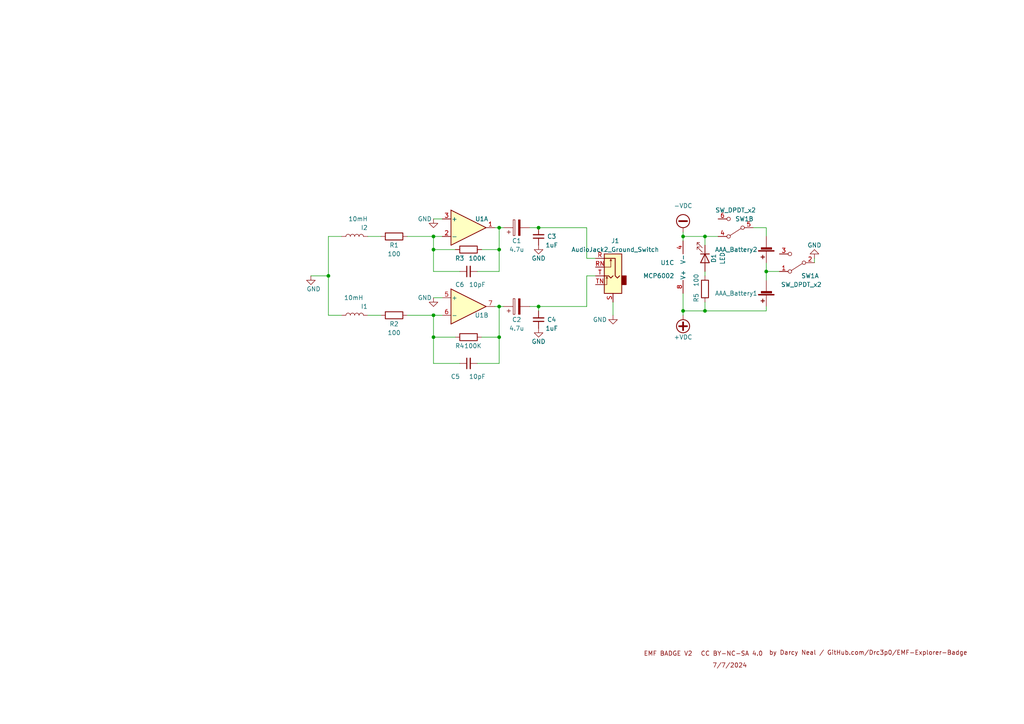
<source format=kicad_sch>
(kicad_sch (version 20231120) (generator "eeschema") (generator_version "8.0")
  (paper "A4")
  (lib_symbols
    (symbol "Amplifier_Operational:LM358" (pin_names (offset 0.127))
      (property "Reference" "U" (at 0 5.08 0))
      (property "Value" "LM358" (at 0 -5.08 0))
      (symbol "LM358_1_1"
        (polyline (pts (xy -5.08 5.08) (xy 5.08 0) (xy -5.08 -5.08) (xy -5.08 5.08)) (stroke (width 0.254)) (fill (type background)))
        (pin output line (at 7.62 0 180) (length 2.54) (name "~") (number "1"))
        (pin input line (at -7.62 -2.54 0) (length 2.54) (name "-") (number "2"))
        (pin input line (at -7.62 2.54 0) (length 2.54) (name "+") (number "3"))
      )
      (symbol "LM358_2_1"
        (polyline (pts (xy -5.08 5.08) (xy 5.08 0) (xy -5.08 -5.08) (xy -5.08 5.08)) (stroke (width 0.254)) (fill (type background)))
        (pin input line (at -7.62 2.54 0) (length 2.54) (name "+") (number "5"))
        (pin input line (at -7.62 -2.54 0) (length 2.54) (name "-") (number "6"))
        (pin output line (at 7.62 0 180) (length 2.54) (name "~") (number "7"))
      )
      (symbol "LM358_3_1"
        (pin power_in line (at -2.54 -7.62 90) (length 3.81) (name "V-") (number "4"))
        (pin power_in line (at -2.54 7.62 270) (length 3.81) (name "V+") (number "8"))
      )
    )
    (symbol "Connector_Audio:AudioJack2_Ground_Switch"
      (property "Reference" "J1" (at -0.635 10.16 0))
      (property "Value" "AudioJack2_Ground_Switch" (at -0.635 7.62 0))
      (symbol "AudioJack2_Ground_Switch_0_1"
        (rectangle (start -2.54 -2.54) (end -3.81 0) (stroke (width 0.254)) (fill (type outline)))
        (rectangle (start 2.54 6.35) (end -2.54 -5.08) (stroke (width 0.254)) (fill (type background)))
      )
      (symbol "AudioJack2_Ground_Switch_1_1"
        (polyline (pts (xy 0.635 4.826) (xy 0.889 4.318)))
        (polyline (pts (xy 1.778 -0.254) (xy 2.032 -0.762)))
        (polyline (pts (xy 0 0) (xy 0.635 -0.635) (xy 1.27 0) (xy 2.54 0)) (stroke (width 0.254)))
        (polyline (pts (xy 2.54 -2.54) (xy 1.778 -2.54) (xy 1.778 -0.254) (xy 1.524 -0.762)))
        (polyline (pts (xy 2.54 2.54) (xy 0.635 2.54) (xy 0.635 4.826) (xy 0.381 4.318)))
        (polyline (pts (xy 2.54 5.08) (xy -0.635 5.08) (xy -0.635 0) (xy -1.27 -0.635) (xy -1.905 0)) (stroke (width 0.254)))
        (pin passive line (at 5.08 5.08 180) (length 2.54) (name "~") (number "R"))
        (pin passive line (at 5.08 2.54 180) (length 2.54) (name "~") (number "RN"))
        (pin passive line (at 0 -7.62 90) (length 2.54) (name "~") (number "S"))
        (pin passive line (at 5.08 0 180) (length 2.54) (name "~") (number "T"))
        (pin passive line (at 5.08 -2.54 180) (length 2.54) (name "~") (number "TN"))
      )
    )
    (symbol "Device:Battery_Cell" (pin_numbers hide) (pin_names (offset 0) hide)
      (property "Reference" "BT" (at 2.54 2.54 0))
      (property "Value" "Battery_Cell" (at 2.54 0 0))
      (symbol "Battery_Cell_0_1"
        (rectangle (start -2.286 1.778) (end 2.286 1.524) (fill (type outline)))
        (rectangle (start -1.5748 1.1938) (end 1.4732 0.6858) (fill (type outline)))
        (polyline (pts (xy 0 0.762) (xy 0 0)))
        (polyline (pts (xy 0 1.778) (xy 0 2.54)))
        (polyline (pts (xy 0.508 3.429) (xy 1.524 3.429)) (stroke (width 0.254)))
        (polyline (pts (xy 1.016 3.937) (xy 1.016 2.921)) (stroke (width 0.254)))
      )
      (symbol "Battery_Cell_1_1"
        (pin passive line (at 0 5.08 270) (length 2.54) (name "+") (number "1"))
        (pin passive line (at 0 -2.54 90) (length 2.54) (name "-") (number "2"))
      )
    )
    (symbol "Device:C_Polarized" (pin_numbers hide) (pin_names (offset 0.254))
      (property "Reference" "C" (at 0.635 2.54 0))
      (property "Value" "C_Polarized" (at 0.635 -2.54 0))
      (symbol "C_Polarized_0_1"
        (rectangle (start -2.286 0.508) (end 2.286 1.016))
        (polyline (pts (xy -1.778 2.286) (xy -0.762 2.286)))
        (polyline (pts (xy -1.27 2.794) (xy -1.27 1.778)))
        (rectangle (start 2.286 -0.508) (end -2.286 -1.016) (fill (type outline)))
      )
      (symbol "C_Polarized_1_1"
        (pin passive line (at 0 3.81 270) (length 2.794) (name "~") (number "1"))
        (pin passive line (at 0 -3.81 90) (length 2.794) (name "~") (number "2"))
      )
    )
    (symbol "Device:C_Small" (pin_numbers hide) (pin_names (offset 0.254) hide)
      (property "Reference" "C" (at 0.254 1.778 0))
      (property "Value" "C_Small" (at 0.254 -2.032 0))
      (symbol "C_Small_0_1"
        (polyline (pts (xy -1.524 -0.508) (xy 1.524 -0.508)) (stroke (width 0.3302)))
        (polyline (pts (xy -1.524 0.508) (xy 1.524 0.508)) (stroke (width 0.3048)))
      )
      (symbol "C_Small_1_1"
        (pin passive line (at 0 2.54 270) (length 2.032) (name "~") (number "1"))
        (pin passive line (at 0 -2.54 90) (length 2.032) (name "~") (number "2"))
      )
    )
    (symbol "Device:L" (pin_numbers hide) (pin_names (offset 1.016) hide)
      (property "Reference" "L" (at -1.27 0 90))
      (property "Value" "L" (at 1.905 0 90))
      (symbol "L_0_1"
        (arc (start 0 -2.54) (mid 0.6323 -1.905) (end 0 -1.27))
        (arc (start 0 -1.27) (mid 0.6323 -0.635) (end 0 0))
        (arc (start 0 0) (mid 0.6323 0.635) (end 0 1.27))
        (arc (start 0 1.27) (mid 0.6323 1.905) (end 0 2.54))
      )
      (symbol "L_1_1"
        (pin passive line (at 0 3.81 270) (length 1.27) (name "1") (number "1"))
        (pin passive line (at 0 -3.81 90) (length 1.27) (name "2") (number "2"))
      )
    )
    (symbol "Device:LED" (pin_numbers hide) (pin_names (offset 1.016) hide)
      (property "Reference" "D" (at 0 2.54 0))
      (property "Value" "LED" (at 0 -2.54 0))
      (symbol "LED_0_1"
        (polyline (pts (xy -1.27 -1.27) (xy -1.27 1.27)) (stroke (width 0.254)))
        (polyline (pts (xy -1.27 0) (xy 1.27 0)))
        (polyline (pts (xy 1.27 -1.27) (xy 1.27 1.27) (xy -1.27 0) (xy 1.27 -1.27)) (stroke (width 0.254)))
        (polyline (pts (xy -3.048 -0.762) (xy -4.572 -2.286) (xy -3.81 -2.286) (xy -4.572 -2.286) (xy -4.572 -1.524)))
        (polyline (pts (xy -1.778 -0.762) (xy -3.302 -2.286) (xy -2.54 -2.286) (xy -3.302 -2.286) (xy -3.302 -1.524)))
      )
      (symbol "LED_1_1"
        (pin passive line (at -3.81 0 0) (length 2.54) (name "K") (number "1"))
        (pin passive line (at 3.81 0 180) (length 2.54) (name "A") (number "2"))
      )
    )
    (symbol "Device:R" (pin_numbers hide) (pin_names (offset 0))
      (property "Reference" "R" (at 2.032 0 90))
      (property "Value" "R" (at 0 0 90))
      (symbol "R_0_1"
        (rectangle (start -1.016 -2.54) (end 1.016 2.54) (stroke (width 0.254)))
      )
      (symbol "R_1_1"
        (pin passive line (at 0 3.81 270) (length 1.27) (name "~") (number "1"))
        (pin passive line (at 0 -3.81 90) (length 1.27) (name "~") (number "2"))
      )
    )
    (symbol "SW_DPDT_x2_1" (pin_names (offset 0) hide)
      (property "Reference" "SW" (at 0 4.318 0))
      (property "Value" "SW_DPDT_x2" (at 0 -5.08 0))
      (symbol "SW_DPDT_x2_1_0_0"
        (circle (center -2.032 0) (radius 0.508))
        (circle (center 2.032 -2.54) (radius 0.508))
      )
      (symbol "SW_DPDT_x2_1_0_1"
        (polyline (pts (xy -1.524 0.254) (xy 1.651 2.286)))
        (circle (center 2.032 2.54) (radius 0.508))
      )
      (symbol "SW_DPDT_x2_1_1_1"
        (pin passive line (at 5.08 2.54 180) (length 2.54) (name "A") (number "1"))
        (pin passive line (at -5.08 0 0) (length 2.54) (name "B") (number "2"))
        (pin passive line (at 5.08 -2.54 180) (length 2.54) (name "C") (number "3"))
      )
      (symbol "SW_DPDT_x2_1_2_1"
        (pin passive line (at 5.08 2.54 180) (length 2.54) (name "A") (number "4"))
        (pin passive line (at -5.08 0 0) (length 2.54) (name "B") (number "5"))
        (pin passive line (at 5.08 -2.54 180) (length 2.54) (name "C") (number "6"))
      )
    )
    (symbol "power:+VDC" (power) (pin_names (offset 0))
      (property "Value" "+VDC" (at 0 6.35 0))
      (symbol "+VDC_0_1"
        (polyline (pts (xy -1.143 3.175) (xy 1.143 3.175)) (stroke (width 0.508)))
        (polyline (pts (xy 0 0) (xy 0 1.27)))
        (polyline (pts (xy 0 2.032) (xy 0 4.318)) (stroke (width 0.508)))
        (circle (center 0 3.175) (radius 1.905) (stroke (width 0.254)))
      )
      (symbol "+VDC_1_1"
        (pin power_in line (at 0 0 90) (length 0) hide (name "+VDC") (number "1"))
      )
    )
    (symbol "power:-VDC" (power) (pin_names (offset 0))
      (property "Value" "-VDC" (at 0 6.35 0))
      (symbol "-VDC_0_1"
        (polyline (pts (xy -1.143 3.175) (xy 1.143 3.175)) (stroke (width 0.508)))
        (polyline (pts (xy 0 0) (xy 0 1.27)))
        (circle (center 0 3.175) (radius 1.905) (stroke (width 0.254)))
      )
      (symbol "-VDC_1_1"
        (pin power_in line (at 0 0 90) (length 0) hide (name "-VDC") (number "1"))
      )
    )
    (symbol "power:GND" (power) (pin_names (offset 0))
      (property "Value" "GND" (at 0 -3.81 0))
      (symbol "GND_0_1"
        (polyline (pts (xy 0 0) (xy 0 -1.27) (xy 1.27 -1.27) (xy 0 -2.54) (xy -1.27 -1.27) (xy 0 -1.27)))
      )
      (symbol "GND_1_1"
        (pin power_in line (at 0 0 270) (length 0) hide (name "GND") (number "1"))
      )
    )
  )
  (junction (at 95.25 80.01))
  (junction (at 144.78 72.39))
  (junction (at 144.78 97.79))
  (junction (at 156.21 88.9))
  (junction (at 144.78 88.9))
  (junction (at 125.73 91.44))
  (junction (at 222.25 78.74))
  (junction (at 156.21 66.04))
  (junction (at 125.73 97.79))
  (junction (at 198.12 68.58))
  (junction (at 125.73 68.58))
  (junction (at 204.47 68.58))
  (junction (at 198.12 90.17))
  (junction (at 125.73 72.39))
  (junction (at 144.78 66.04))
  (junction (at 204.47 90.17))
  (wire (pts (xy 204.47 90.17) (xy 204.47 87.63)))
  (wire (pts (xy 125.73 105.41) (xy 125.73 97.79)))
  (wire (pts (xy 170.18 66.04) (xy 170.18 74.93)))
  (wire (pts (xy 204.47 90.17) (xy 198.12 90.17)))
  (wire (pts (xy 144.78 88.9) (xy 146.05 88.9)))
  (wire (pts (xy 106.68 68.58) (xy 110.49 68.58)))
  (wire (pts (xy 143.51 88.9) (xy 144.78 88.9)))
  (wire (pts (xy 226.06 78.74) (xy 222.25 78.74)))
  (wire (pts (xy 125.73 72.39) (xy 132.08 72.39)))
  (wire (pts (xy 222.25 90.17) (xy 204.47 90.17)))
  (wire (pts (xy 144.78 105.41) (xy 144.78 97.79)))
  (wire (pts (xy 139.7 72.39) (xy 144.78 72.39)))
  (wire (pts (xy 198.12 90.17) (xy 198.12 85.09)))
  (wire (pts (xy 222.25 78.74) (xy 222.25 76.2)))
  (wire (pts (xy 144.78 66.04) (xy 143.51 66.04)))
  (wire (pts (xy 144.78 78.74) (xy 144.78 72.39)))
  (wire (pts (xy 170.18 80.01) (xy 170.18 88.9)))
  (wire (pts (xy 208.28 68.58) (xy 204.47 68.58)))
  (wire (pts (xy 125.73 97.79) (xy 132.08 97.79)))
  (wire (pts (xy 156.21 88.9) (xy 170.18 88.9)))
  (wire (pts (xy 153.67 66.04) (xy 156.21 66.04)))
  (wire (pts (xy 198.12 91.44) (xy 198.12 90.17)))
  (wire (pts (xy 106.68 91.44) (xy 110.49 91.44)))
  (wire (pts (xy 177.8 87.63) (xy 177.8 91.44)))
  (wire (pts (xy 125.73 86.36) (xy 128.27 86.36)))
  (wire (pts (xy 144.78 66.04) (xy 146.05 66.04)))
  (wire (pts (xy 222.25 81.28) (xy 222.25 78.74)))
  (wire (pts (xy 138.43 78.74) (xy 144.78 78.74)))
  (wire (pts (xy 95.25 80.01) (xy 90.17 80.01)))
  (wire (pts (xy 125.73 68.58) (xy 125.73 72.39)))
  (wire (pts (xy 198.12 69.85) (xy 198.12 68.58)))
  (wire (pts (xy 125.73 63.5) (xy 128.27 63.5)))
  (wire (pts (xy 236.22 76.2) (xy 236.22 74.93)))
  (wire (pts (xy 198.12 68.58) (xy 198.12 67.31)))
  (wire (pts (xy 222.25 66.04) (xy 218.44 66.04)))
  (wire (pts (xy 133.35 78.74) (xy 125.73 78.74)))
  (wire (pts (xy 204.47 80.01) (xy 204.47 78.74)))
  (wire (pts (xy 125.73 91.44) (xy 125.73 97.79)))
  (wire (pts (xy 204.47 71.12) (xy 204.47 68.58)))
  (wire (pts (xy 156.21 66.04) (xy 170.18 66.04)))
  (wire (pts (xy 118.11 68.58) (xy 125.73 68.58)))
  (wire (pts (xy 138.43 105.41) (xy 144.78 105.41)))
  (wire (pts (xy 156.21 90.17) (xy 156.21 88.9)))
  (wire (pts (xy 125.73 78.74) (xy 125.73 72.39)))
  (wire (pts (xy 222.25 68.58) (xy 222.25 66.04)))
  (wire (pts (xy 118.11 91.44) (xy 125.73 91.44)))
  (wire (pts (xy 133.35 105.41) (xy 125.73 105.41)))
  (wire (pts (xy 153.67 88.9) (xy 156.21 88.9)))
  (wire (pts (xy 172.72 74.93) (xy 170.18 74.93)))
  (wire (pts (xy 99.06 91.44) (xy 95.25 91.44)))
  (wire (pts (xy 125.73 68.58) (xy 128.27 68.58)))
  (wire (pts (xy 144.78 72.39) (xy 144.78 66.04)))
  (wire (pts (xy 222.25 90.17) (xy 222.25 88.9)))
  (wire (pts (xy 99.06 68.58) (xy 95.25 68.58)))
  (wire (pts (xy 95.25 91.44) (xy 95.25 80.01)))
  (wire (pts (xy 95.25 68.58) (xy 95.25 80.01)))
  (wire (pts (xy 144.78 88.9) (xy 144.78 97.79)))
  (wire (pts (xy 170.18 80.01) (xy 172.72 80.01)))
  (wire (pts (xy 204.47 68.58) (xy 198.12 68.58)))
  (wire (pts (xy 125.73 91.44) (xy 128.27 91.44)))
  (wire (pts (xy 139.7 97.79) (xy 144.78 97.79)))
  (text "EMF BADGE V2" (at 186.69 190.5 0) (effects (font (size 1.27 1.27)) (justify left bottom)))
  (text "CC BY-NC-SA 4.0" (at 203.2 190.5 0) (effects (font (size 1.27 1.27)) (justify left bottom)))
  (text "by Darcy Neal / GitHub.com/Drc3p0/EMF-Explorer-Badge " (at 223.0267 190.2372 0) (effects (font (size 1.27 1.27)) (justify left bottom)))
  (text "7/7/2024" (at 206.6042 193.9207 0) (effects (font (size 1.27 1.27)) (justify left bottom)))
  (symbol (lib_id "Device:R") (at 204.47 83.82 0) (unit 1)
    (property "Reference" "R5" (at 201.93 86.36 90))
    (property "Value" "100" (at 201.93 81.28 90))
    (property "Footprint" "Resistor_THT:R_Axial_DIN0207_L6.3mm_D2.5mm_P10.16mm_Horizontal" (effects (hide yes)))
    (property "Description" "Resistor" (effects (hide yes)))
    (property "Sim.Device" "R" (effects (hide yes)))
    (property "Sim.Pins" "1=+ 2=-" (effects (hide yes)))
    (property "LCSC" "C176450" (effects (hide yes)))
  )
  (symbol (lib_id "Device:R") (at 135.89 72.39 90) (unit 1)
    (property "Reference" "R3" (at 133.35 74.93 90))
    (property "Value" "100K" (at 138.43 74.93 90))
    (property "Footprint" "Resistor_THT:R_Axial_DIN0207_L6.3mm_D2.5mm_P10.16mm_Horizontal" (effects (hide yes)))
    (property "Description" "Resistor" (effects (hide yes)))
    (property "LCSC" "C172965" (effects (hide yes)))
  )
  (symbol (lib_id "power:-VDC") (at 198.12 67.31 0) (unit 1)
    (property "Reference" "#PWR08" (effects (hide yes)))
    (property "Value" "-VDC" (at 198.12 59.69 0))
  )
  (symbol (lib_id "power:GND") (at 125.73 86.36 0) (unit 1)
    (property "Reference" "#PWR03" (effects (hide yes)))
    (property "Value" "GND" (at 123.19 86.36 0))
  )
  (symbol (lib_id "Device:C_Polarized") (at 149.86 66.04 90) (unit 1)
    (property "Reference" "C1" (at 149.86 69.85 90))
    (property "Value" "4.7u" (at 149.86 72.39 90))
    (property "Footprint" "Capacitor_THT:CP_Radial_D4.0mm_P2.00mm" (effects (hide yes)))
    (property "Description" "Polarized capacitor" (effects (hide yes)))
    (property "Sim.Device" "C" (effects (hide yes)))
    (property "Sim.Pins" "1=+ 2=-" (effects (hide yes)))
    (property "LCSC" "C160645" (effects (hide yes)))
  )
  (symbol (lib_id "Device:C_Small") (at 135.89 78.74 90) (unit 1)
    (property "Reference" "C6" (at 133.35 82.55 90))
    (property "Value" "10pF" (at 138.43 82.55 90))
    (property "Footprint" "Capacitor_THT:C_Disc_D4.3mm_W1.9mm_P5.00mm" (effects (hide yes)))
    (property "Description" "Unpolarized capacitor, small symbol" (effects (hide yes)))
    (property "LCSC" "C2896122" (effects (hide yes)))
  )
  (symbol (lib_id "Amplifier_Operational:LM358") (at 135.89 88.9 0) (unit 2)
    (property "Reference" "U1" (at 139.7 91.44 0))
    (property "Value" "MCP6002" (effects (hide yes)))
    (property "Footprint" "Package_DIP:DIP-8_W7.62mm" (effects (hide yes)))
    (property "Description" "Low-Power, Dual Operational Amplifiers, DIP-8/SOIC-8/TO-99-8" (effects (hide yes)))
    (property "Sim.Library" "/Users/DRC/Downloads/MCP6001 2.lib" (effects (hide yes)))
    (property "Sim.Name" "MCP6001" (effects (hide yes)))
    (property "Sim.Device" "SUBCKT" (effects (hide yes)))
    (property "Sim.Pins" "1=1 2=2 3=3 4=4 5=5" (effects (hide yes)))
    (property "LCSC" "C640393" (effects (hide yes)))
  )
  (symbol (lib_id "Device:R") (at 135.89 97.79 90) (unit 1)
    (property "Reference" "R4" (at 133.35 100.33 90))
    (property "Value" "100K" (at 137.16 100.33 90))
    (property "Footprint" "Resistor_THT:R_Axial_DIN0207_L6.3mm_D2.5mm_P10.16mm_Horizontal" (effects (hide yes)))
    (property "Description" "Resistor" (effects (hide yes)))
    (property "LCSC" "C172965" (effects (hide yes)))
  )
  (symbol (lib_id "Device:R") (at 114.3 91.44 90) (unit 1)
    (property "Reference" "R2" (at 114.3 93.98 90))
    (property "Value" "100" (at 114.3 96.52 90))
    (property "Footprint" "Resistor_THT:R_Axial_DIN0207_L6.3mm_D2.5mm_P10.16mm_Horizontal" (effects (hide yes)))
    (property "Description" "Resistor" (effects (hide yes)))
    (property "Sim.Device" "R" (effects (hide yes)))
    (property "Sim.Pins" "1=+ 2=-" (effects (hide yes)))
    (property "LCSC" "C176450" (effects (hide yes)))
  )
  (symbol (lib_id "Device:L") (at 102.87 91.44 90) (unit 1)
    (property "Reference" "I1" (at 106.68 88.9 90) (effects (justify left)))
    (property "Value" "10mH" (at 105.41 86.36 90) (effects (justify left)))
    (property "Footprint" "Inductor_THT:Inductor_D5.0mm_Horizontal_O3.81mm_Z9.0mm" (effects (hide yes)))
    (property "Description" "Inductor" (effects (hide yes)))
    (property "LCSC" "NONE" (effects (hide yes)))
  )
  (symbol (lib_id "power:GND") (at 156.21 71.12 0) (unit 1)
    (property "Reference" "#PWR04" (effects (hide yes)))
    (property "Value" "GND" (at 156.21 74.93 0))
  )
  (symbol (lib_id "power:+VDC") (at 198.12 91.44 180) (unit 1)
    (property "Reference" "#PWR07" (effects (hide yes)))
    (property "Value" "+VDC" (at 198.12 97.79 0))
  )
  (symbol (lib_id "Device:C_Small") (at 135.89 105.41 90) (unit 1)
    (property "Reference" "C5" (at 132.08 109.22 90))
    (property "Value" "10pF" (at 138.43 109.22 90))
    (property "Footprint" "Capacitor_THT:C_Disc_D4.3mm_W1.9mm_P5.00mm" (effects (hide yes)))
    (property "Description" "Unpolarized capacitor, small symbol" (effects (hide yes)))
    (property "LCSC" "C2896122" (effects (hide yes)))
  )
  (symbol (lib_id "Amplifier_Operational:LM358") (at 135.89 66.04 0) (unit 1)
    (property "Reference" "U1" (at 139.7 63.5 0))
    (property "Value" "MCP6002" (effects (hide yes)))
    (property "Footprint" "Package_DIP:DIP-8_W7.62mm" (effects (hide yes)))
    (property "Description" "Low-Power, Dual Operational Amplifiers, DIP-8/SOIC-8/TO-99-8" (effects (hide yes)))
    (property "Sim.Library" "/Users/DRC/Downloads/MCP6001 2.lib" (effects (hide yes)))
    (property "Sim.Name" "MCP6001" (effects (hide yes)))
    (property "Sim.Device" "SUBCKT" (effects (hide yes)))
    (property "Sim.Pins" "1=1 2=2 3=3 4=4 5=5" (effects (hide yes)))
    (property "LCSC" "C640393" (effects (hide yes)))
  )
  (symbol (lib_name "SW_DPDT_x2_1") (lib_id "Switch:SW_DPDT_x2") (at 231.14 76.2 180) (unit 1)
    (property "Reference" "SW1" (at 234.95 80.01 0))
    (property "Value" "SW_DPDT_x2" (at 232.41 82.55 0))
    (property "Footprint" "Button_Switch_THT:DPDT slide switch" (effects (hide yes)))
    (property "Description" "Switch, dual pole double throw, separate symbols" (effects (hide yes)))
    (property "LCSC" " C273399" (effects (hide yes)))
  )
  (symbol (lib_id "Device:C_Small") (at 156.21 68.58 180) (unit 1)
    (property "Reference" "C3" (at 160.02 68.58 0))
    (property "Value" "1uF" (at 160.02 71.12 0))
    (property "Footprint" "Capacitor_THT:C_Disc_D4.3mm_W1.9mm_P5.00mm" (effects (hide yes)))
    (property "Description" "Unpolarized capacitor, small symbol" (effects (hide yes)))
    (property "Sim.Device" "C" (effects (hide yes)))
    (property "Sim.Pins" "1=+ 2=-" (effects (hide yes)))
    (property "LCSC" " C531341" (effects (hide yes)))
  )
  (symbol (lib_id "power:GND") (at 156.21 95.25 0) (unit 1)
    (property "Reference" "#PWR05" (effects (hide yes)))
    (property "Value" "GND" (at 156.21 99.06 0))
  )
  (symbol (lib_id "power:GND") (at 90.17 80.01 0) (unit 1)
    (property "Reference" "#PWR01" (effects (hide yes)))
    (property "Value" "GND" (at 88.9 83.82 0) (effects (justify left)))
  )
  (symbol (lib_id "Connector_Audio:AudioJack2_Ground_Switch") (at 177.8 80.01 0) (mirror y) (unit 1)
    (property "Reference" "J1" (at 178.435 69.85 0))
    (property "Value" "AudioJack2_Ground_Switch" (at 178.435 72.39 0))
    (property "Footprint" "Connector_Audio:Jack_3.5mm_CUI_SJ1-3525N_Horizontal" (effects (hide yes)))
    (property "Description" "Audio Jack, 2 Poles (Mono / TS), Grounded Sleeve, Switched Pole (Normalling)" (effects (hide yes)))
    (property "LCSC" "C4992449" (effects (hide yes)))
  )
  (symbol (lib_id "Device:L") (at 102.87 68.58 90) (unit 1)
    (property "Reference" "I2" (at 106.68 66.04 90) (effects (justify left)))
    (property "Value" "10mH" (at 106.68 63.5 90) (effects (justify left)))
    (property "Footprint" "Inductor_THT:Inductor_D5.0mm_Horizontal_O3.81mm_Z9.0mm" (effects (hide yes)))
    (property "Description" "Inductor" (effects (hide yes)))
    (property "LCSC" "NONE " (effects (hide yes)))
  )
  (symbol (lib_id "Device:C_Polarized") (at 149.86 88.9 90) (unit 1)
    (property "Reference" "C2" (at 149.86 92.71 90))
    (property "Value" "4.7u" (at 149.86 95.25 90))
    (property "Footprint" "Capacitor_THT:CP_Radial_D4.0mm_P2.00mm" (effects (hide yes)))
    (property "Description" "Polarized capacitor" (effects (hide yes)))
    (property "Sim.Device" "C" (effects (hide yes)))
    (property "Sim.Pins" "1=+ 2=-" (effects (hide yes)))
    (property "LCSC" "C160645" (effects (hide yes)))
  )
  (symbol (lib_id "Amplifier_Operational:LM358") (at 195.58 77.47 180) (unit 3)
    (property "Reference" "U1" (at 195.58 76.2 0) (effects (justify left)))
    (property "Value" "MCP6002" (at 195.58 80.01 0) (effects (justify left)))
    (property "Footprint" "Package_DIP:DIP-8_W7.62mm" (effects (hide yes)))
    (property "Description" "Low-Power, Dual Operational Amplifiers, DIP-8/SOIC-8/TO-99-8" (effects (hide yes)))
    (property "Sim.Library" "/Users/DRC/Downloads/MCP6001 2.lib" (effects (hide yes)))
    (property "Sim.Name" "MCP6001" (effects (hide yes)))
    (property "Sim.Device" "SUBCKT" (effects (hide yes)))
    (property "Sim.Pins" "1=1 2=2 3=3 4=4 5=5" (effects (hide yes)))
    (property "LCSC" "C640393" (effects (hide yes)))
  )
  (symbol (lib_id "Device:R") (at 114.3 68.58 90) (unit 1)
    (property "Reference" "R1" (at 114.3 71.12 90))
    (property "Value" "100" (at 114.3 73.66 90))
    (property "Footprint" "Resistor_THT:R_Axial_DIN0207_L6.3mm_D2.5mm_P10.16mm_Horizontal" (effects (hide yes)))
    (property "Description" "Resistor" (effects (hide yes)))
    (property "LCSC" "C176450" (effects (hide yes)))
  )
  (symbol (lib_id "power:GND") (at 177.8 91.44 0) (unit 1)
    (property "Reference" "#PWR09" (effects (hide yes)))
    (property "Value" "GND" (at 173.99 92.71 0))
  )
  (symbol (lib_id "Device:LED") (at 204.47 74.93 270) (unit 1)
    (property "Reference" "D1" (at 207.01 74.93 0))
    (property "Value" "LED" (at 209.55 74.93 0))
    (property "Footprint" "LED_THT:LED_D5.0mm_Horizontal_O1.27mm_Z9.0mm" (effects (hide yes)))
    (property "Description" "Light emitting diode" (effects (hide yes)))
    (property "LCSC" "NONE" (effects (hide yes)))
  )
  (symbol (lib_id "Device:Battery_Cell") (at 222.25 83.82 180) (unit 1)
    (property "Reference" "AAA_Battery1" (at 219.71 85.09 0) (effects (justify left)))
    (property "Value" "Spring_side->" (effects (hide yes)))
    (property "Footprint" "Battery:BatteryHolder_Keystone_2466_1xAAA" (effects (hide yes)))
    (property "Description" "Single-cell battery" (effects (hide yes)))
    (property "LCSC" " C5290189" (effects (hide yes)))
  )
  (symbol (lib_name "SW_DPDT_x2_1") (lib_id "Switch:SW_DPDT_x2") (at 213.36 66.04 180) (unit 2)
    (property "Reference" "SW1" (at 215.9 63.5 0))
    (property "Value" "SW_DPDT_x2" (at 213.36 60.96 0))
    (property "Footprint" "Button_Switch_THT:DPDT slide switch" (effects (hide yes)))
    (property "Description" "Switch, dual pole double throw, separate symbols" (effects (hide yes)))
    (property "LCSC" " C273399" (effects (hide yes)))
  )
  (symbol (lib_id "power:GND") (at 125.73 63.5 0) (unit 1)
    (property "Reference" "#PWR02" (effects (hide yes)))
    (property "Value" "GND" (at 123.19 63.5 0))
  )
  (symbol (lib_id "power:GND") (at 236.22 74.93 180) (unit 1)
    (property "Reference" "#PWR06" (effects (hide yes)))
    (property "Value" "GND" (at 236.22 71.12 0))
  )
  (symbol (lib_id "Device:Battery_Cell") (at 222.25 71.12 180) (unit 1)
    (property "Reference" "AAA_Battery2" (at 219.71 72.39 0) (effects (justify left)))
    (property "Value" "<-Spring_side" (effects (hide yes)))
    (property "Footprint" "Battery:BatteryHolder_Keystone_2466_1xAAA" (effects (hide yes)))
  )
  (symbol (lib_id "Device:C_Small") (at 156.21 92.71 180) (unit 1)
    (property "Reference" "C4" (at 160.02 92.71 0))
    (property "Value" "1uF" (at 160.02 95.25 0))
    (property "Footprint" "Capacitor_THT:C_Disc_D4.3mm_W1.9mm_P5.00mm" (effects (hide yes)))
    (property "Description" "Unpolarized capacitor, small symbol" (effects (hide yes)))
    (property "Sim.Device" "C" (effects (hide yes)))
    (property "Sim.Pins" "1=+ 2=-" (effects (hide yes)))
    (property "LCSC" " C531341" (effects (hide yes)))
  )
)
</source>
